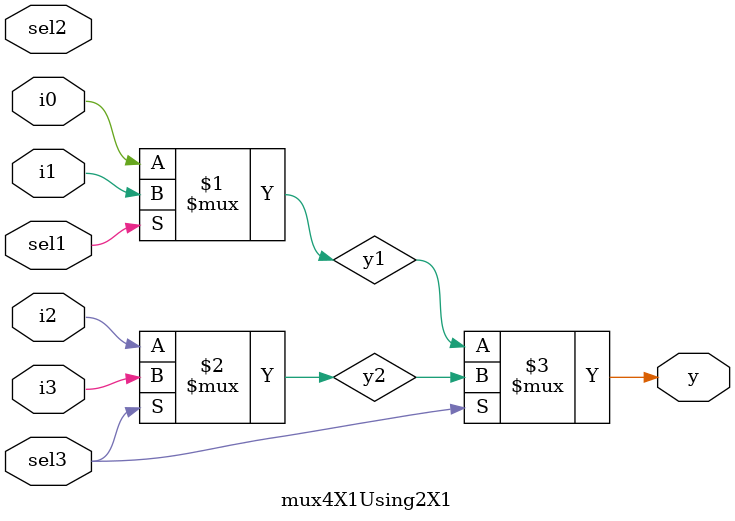
<source format=v>
`timescale 1ns / 1ps

module mux4X1Using2X1(
    input i0,i1,i2,i3,sel1,sel2,sel3,
    output y
    );
    wire y1,y2;
    assign y1 = sel1?i1:i0;
    assign y2 = sel3?i3:i2;
    assign y = sel3?y2:y1;
endmodule

</source>
